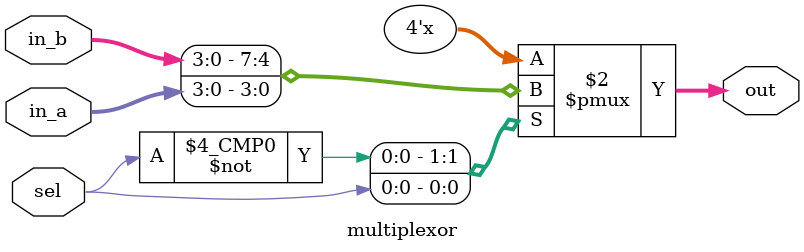
<source format=sv>
`timescale 1ns/100ps

module multiplexor #(parameter DATA_WIDTH = 4) (
    input   logic [DATA_WIDTH-1:0]  in_a,
    input   logic [DATA_WIDTH-1:0]  in_b,
    input   logic                   sel,
    output  logic [DATA_WIDTH-1:0]  out
);

always_comb begin
    unique case (sel)
        'd0 : out = in_b;
        'd1 : out = in_a; 
        default: out = '0;
    endcase
end

endmodule

</source>
